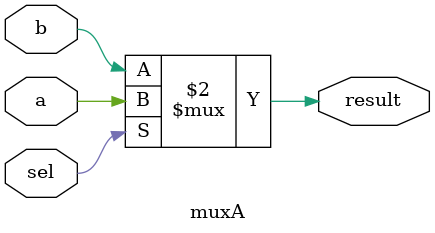
<source format=v>
module muxA(input a, b, sel, output reg result);
    always @ (a, b, sel)
        result <= sel ? a : b; 
endmodule
</source>
